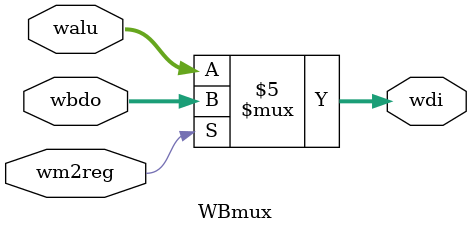
<source format=v>
`timescale 1ns / 1ps

module ProgramCounter (clk, wpcir, nextPC, outputPC);
    input clk, wpcir;
    input [31:0] nextPC;
    output reg [31:0] outputPC;
    
    always @(posedge clk) begin
        if (!wpcir) begin
            outputPC <= nextPC;
        end
    end
endmodule



module PCmux(pcsrc, pc4, bpc, forwardA, jpc, nextpc);
    input [1:0] pcsrc;
    input [31:0] pc4, bpc, forwardA, jpc;
    output reg [31:0] nextpc;
    
    always @(pcsrc, pc4, bpc, forwardA, jpc) begin
        case(pcsrc)
            2'b00: nextpc <= pc4;   //next instruction
            2'b01: nextpc <= bpc;   //Next instruction for beq and bne
            2'b10: nextpc <= forwardA;    //target address in register for a jr instruction
            2'b11: nextpc <= jpc;    //jump target address of a j or jal instruction
        endcase 
    end
endmodule



module adder (currPC, pc4);
    input [31:0] currPC;
    output reg [31:0] pc4;

    initial begin
        pc4 = 0; //Set PC = 0
    end

    always @(currPC) begin
        pc4 <= currPC + 4;  //Increment PC by 4
    end
endmodule



module instruction_memory (address, instructionset); // instruction memory, rom
    input [31:0] address; // rom address
    output [31:0] instructionset; // rom content = rom[a]
    wire [31:0] rom [0:63]; // rom cells: 64 words * 32 bits
    // rom[word_addr] = instruction // (pc) label instruction
    assign rom[6'h00] = 32'h3c010000; // (00) main: lui $1, 0
    assign rom[6'h01] = 32'h34240050; // (04) ori $4, $1, 80
    //assign rom[6'h02] = 32'h00000000; // (08) call: jal sum
    assign rom[6'h02] = 32'h0c00001b; // (08) call: jal sum
    assign rom[6'h03] = 32'h20050004; // (0c) dslot1: addi $5, $0, 4
    assign rom[6'h04] = 32'hac820000; // (10) return: sw $2, 0($4)
    assign rom[6'h05] = 32'h8c890000; // (14) lw $9, 0($4)
    assign rom[6'h06] = 32'h01244022; // (18) sub $8, $9, $4
    assign rom[6'h07] = 32'h20050003; // (1c) addi $5, $0, 3
    assign rom[6'h08] = 32'h20a5ffff; // (20) loop2: addi $5, $5, -1
    assign rom[6'h09] = 32'h34a8ffff; // (24) ori $8, $5, 0xffff
    assign rom[6'h0a] = 32'h39085555; // (28) xori $8, $8, 0x5555
    assign rom[6'h0b] = 32'h2009ffff; // (2c) addi $9, $0, -1
    assign rom[6'h0c] = 32'h312affff; // (30) andi $10,$9,0xffff
    assign rom[6'h0d] = 32'h01493025; // (34) or $6, $10, $9
    assign rom[6'h0e] = 32'h01494026; // (38) xor $8, $10, $9
    assign rom[6'h0f] = 32'h01463824; // (3c) and $7, $10, $6
    assign rom[6'h10] = 32'h10a00003; // (40) beq $5, $0, shift
    assign rom[6'h11] = 32'h00000000; // (44) dslot2: nop
    assign rom[6'h12] = 32'h08000008; // (48) j loop2
    assign rom[6'h13] = 32'h00000000; // (4c) dslot3: nop
    assign rom[6'h14] = 32'h2005ffff; // (50) shift: addi $5, $0, -1
    assign rom[6'h15] = 32'h000543c0; // (54) sll $8, $5, 15
    assign rom[6'h16] = 32'h00084400; // (58) sll $8, $8, 16
    assign rom[6'h17] = 32'h00084403; // (5c) sra $8, $8, 16
    assign rom[6'h18] = 32'h000843c2; // (60) srl $8, $8, 15
    assign rom[6'h19] = 32'h08000019; // (64) finish: j finish
    assign rom[6'h1a] = 32'h00000000; // (68) dslot4: nop
    assign rom[6'h1b] = 32'h00004020; // (6c) sum: add $8, $0, $0
    assign rom[6'h1c] = 32'h8c890000; // (70) loop: lw $9, 0($4)
    assign rom[6'h1d] = 32'h01094020; // (74) stall: add $8, $8, $9
    assign rom[6'h1e] = 32'h20a5ffff; // (78) addi $5, $5, -1
    //assign rom[6'h1f] = 32'h00000000; // (7c) bne $5, $0, loop
    assign rom[6'h1f] = 32'h14a0fffc; // (7c) bne $5, $0, loop
    assign rom[6'h20] = 32'h20840004; // (80) dslot5: addi $4, $4, 4
    assign rom[6'h21] = 32'h03e00008; // (84) jr $31
    assign rom[6'h22] = 32'h00081000; // (88) dslot6: sll $2, $8, 0
    assign instructionset = rom[address[7:2]]; // use 6-bit word address to read rom
   
endmodule



module InstrMem (address, instructionset);
    input [31:0] address;
    output reg [31:0] instructionset;

    reg [31:0] IM[0:511];
    
    initial begin
        IM[100] = 32'b000000_00001_00010_00011_00000_100000;
        IM[104] = 32'b000000_01001_00011_00100_00000_100010;
        IM[108] = 32'b000000_00011_01001_00101_00000_100101;
        IM[112] = 32'b000000_00011_01001_00110_00000_100110;
        IM[116] = 32'b000000_00011_01001_00111_00000_100100;
    end
    
    always @(address) begin
        instructionset <= IM[address];
    end
endmodule



module IFID(clk, wpcir, pc4, instructionset, dpc4, op, rs, rt, rd, shamt, func, imm, addr);
    input clk, wpcir;
    input [31:0] pc4, instructionset;
    output reg [4:0] rs, rt, rd, shamt;
    output reg [5:0] op, func;
    output reg [15:0] imm;
    output reg [25:0] addr;
    output reg [31:0] dpc4;

    always @(posedge clk) begin
        if (!wpcir) begin
            dpc4 <= pc4;
            op <= instructionset[31:26];
            rs <= instructionset[25:21];
            rt <= instructionset[20:16];
            rd <= instructionset[15:11];
            shamt <= instructionset[10:6];
            func <= instructionset[5:0];
            imm <= instructionset[15:0];
            addr <= instructionset[25:0];
        end
        else begin
            op <= 6'b000000;
            rs <= 5'b00000;
            rt <= 5'b00000;
            rd <= 5'b00000;
            shamt <= 5'b00000;
            func <= 6'b000000;
            imm <= 16'h0000;
            addr <= 26'h000000;
        end
    end
endmodule



module ControlUnit (pcsrc, wpcir, op, func, rs, rt, mrn, mm2reg, mwreg, ern, em2reg, ewreg, wreg, m2reg, wmem, jal, aluc, aluimm, shift, regrt, rsrtequ, sext, fwdb, fwda);
    input [5:0] op, func;
    input [4:0] rs, rt, mrn, ern;
    input mm2reg, mwreg, em2reg, ewreg, rsrtequ;
    output reg wpcir, wreg, m2reg, wmem, jal, aluimm, shift, regrt, sext;
    output reg [3:0] aluc;
    output reg [1:0] pcsrc, fwdb, fwda;

    initial begin
        pcsrc = 0;
        wpcir = 0;
    end

    always @* begin
        //R-Type
        
        if (op == 6'b000000) begin
                m2reg <= 0;
                wmem <= 0;
                aluimm <= 0;
                regrt <= 0;
                jal <= 0;

            if (func == 6'b000000) begin        //sll
                wreg <= 1;
                aluc <= 4'b1111;
                shift <= 1;
                sext <= 1;
                pcsrc <= 0;                
            end

            else if (func == 6'b000010) begin   //srl
                wreg <= 1;
                aluc <= 4'b1110;
                shift <= 1;
                sext <= 1;
                pcsrc <= 0;
            end 

            else if (func == 6'b000011) begin   //sra
                wreg <= 1;
                aluc <= 4'b1101;
                shift <= 1;
                sext <= 1;
                pcsrc <= 0;
            end 
            
            else if (func == 6'b001000) begin   //jr
                wreg <= 0;
                aluc <= 4'b1000;
                shift <= 0;
                sext <= 0;
                pcsrc <= 2;
            end 

            else if (func == 6'b100000) begin     //add
                wreg <= 1;
                aluc <= 4'b0010;
                shift <= 0;
                sext <= 0;
                pcsrc <= 0;
            end

            else if (func == 6'b100010) begin      //sub
                wreg <= 1;
                aluc <= 4'b0110;
                shift <= 0;
                sext <= 0;
                pcsrc <= 0;
            end
            
            else if (func == 6'b100100) begin    //AND;
                wreg <= 1;
                aluc <= 4'b0000;
                shift <= 0;
                sext <= 0;
                pcsrc <= 0;
            end
            
            else if (func == 6'b100101) begin    //OR
                wreg <= 1;
                aluc <= 4'b0001;
                shift <= 0;
                sext <= 0;
                pcsrc <= 0;
            end
            
            else if (func == 6'b100110) begin   //XOR
                wreg <= 1;
                aluc <= 4'b0011;
                shift <= 0;
                sext <= 0;
                pcsrc <= 0;
            end
            
            else if (func == 6'b101010) begin    //slt
                wreg <= 1;
                aluc <= 4'b0111;
                shift <= 0;
                sext <= 0;
                pcsrc <= 0;
            end
        end

        else if (op == 6'b001000) begin              //addi
                wreg <= 1;
                m2reg <= 0;
                wmem <= 0;
                aluimm <= 1;
                regrt <= 1; 
                aluc <= 4'b0010;
                shift <= 0;
                sext <= 1;
                jal <= 0;
                pcsrc <= 0;
        end

        else if (op == 6'b001100) begin               //andi
                wreg <= 1;
                m2reg <= 0;
                wmem <= 0;
                aluimm <= 1;
                regrt <= 1; 
                aluc <= 4'b0000;
                shift <= 0;
                sext <= 0;
                jal <= 0;
                pcsrc <= 0;
        end

        else if (op == 6'b001101) begin            //ori
                wreg <= 1;
                m2reg <= 0;
                wmem <= 0;
                aluimm <= 1;
                regrt <= 1; 
                aluc <= 4'b0001;
                shift <= 0;
                sext <= 0;
                jal <= 0;
                pcsrc <= 0;
        end

        else if (op == 6'b001110) begin               //xori
                wreg <= 1;
                m2reg <= 0;
                wmem <= 0;
                aluimm <= 1;
                regrt <= 1; 
                aluc <= 4'b0011;
                shift <= 0;
                sext <= 0;
                jal <= 0;
                pcsrc <= 0;
        end

        else if (op == 6'b001111) begin               //lui
                wreg <= 1;
                m2reg <= 0;
                wmem <= 0;
                aluimm <= 1;
                regrt <= 1; 
                aluc <= 4'b0100;
                shift <= 0;
                sext <= 0;
                jal <= 0;
                pcsrc <= 0;
        end   
      
        
        else if (op == 6'b100011) begin     //lw
            wreg <= 1;
            m2reg <= 1;
            wmem <= 0;
            aluc <= 4'b0010;
            aluimm <= 1;
            regrt <= 1;
            shift <= 0;
            sext <= 0; 
            jal <= 0;           
            pcsrc <= 0;
        end
        
        else if (op == 6'b101011) begin     //sw
            wreg <= 0;
            m2reg <= 0;
            wmem <= 1;
            aluc <= 4'b0010;
            aluimm <= 1;
            regrt <= 1;
            shift <= 0;
            sext <= 0;
            jal <= 0;
            pcsrc <= 0;
        end
        
        else if (op == 6'b000100) begin     //beq
            wreg <= 0;
            m2reg <= 0;
            wmem <= 0;
            aluc <= 4'b0110;
            aluimm <= 0;
            regrt <= 1;
            shift <= 0;
            sext <= 0;
            jal <= 0;
            case(rsrtequ)
                1'b0: pcsrc <= 0;
                1'b1: pcsrc <= 1;
            endcase
        end

        else if (op == 6'b000101) begin     //bne
            wreg <= 0;
            m2reg <= 0;
            wmem <= 0;
            aluc <= 4'b1110;
            aluimm <= 0;
            regrt <= 1;
            shift <= 0;
            sext <= 0;
            jal <= 0;
            case(rsrtequ)
                1'b0: pcsrc <= 1;
                1'b1: pcsrc <= 0;
            endcase
        end
        
        //J-Type
        else if (op == 6'b000010) begin     //j
            wreg <= 0;
            m2reg <= 0;
            wmem <= 0;
            aluc <= 4'b1000;
            aluimm <= 0;
            regrt <= 1;
            shift <= 0;
            sext <= 0;
            jal <= 0;
            pcsrc <= 3;
        end          

        else if (op == 6'b000011) begin     //jal
            wreg <= 1;
            m2reg <= 0;
            wmem <= 0;
            aluc <= 4'b1000;
            aluimm <= 0;
            regrt <= 1;
            shift <= 0;
            sext <= 1;
            jal <= 1;
            pcsrc <= 3;
        end 
    end
    
    always @(rs, rt, mrn, mm2reg, mwreg, ern, em2reg, ewreg) begin
        //EXE/MEM.RegisterRd == ID/EXE.RegisterRs
        if ((ewreg) && (ern != 0) && rs == ern) begin
            fwda = 01;
        end
        //MEM/WB.RegisterRd == ID/EXE.RegisterRs
        else if ((mwreg) && (!mm2reg) && (mrn != 0) && rs == mrn) begin
            fwda = 10;
        end
        //do
        else if ((mwreg) && (em2reg) && (mrn != 0) && rs == mrn) begin
            fwda = 11;
        end        
        //Use qa
        else begin
            fwda = 00;
        end 
                   
        //EXE/MEM.RegisterRd == ID/EXE.RegisterRt
        if ((ewreg) && (ern != 0) && rt == ern) begin
            fwdb = 01;
        end    
        //MEM/WB.RegisterRd == ID/EXE.RegisterRt
        else if ((mwreg) && (!mm2reg) && (mrn != 0) && rt == mrn) begin
            fwdb = 10;
        end 
        //do
         else if ((mwreg) && (em2reg) && (mrn != 0) && rt == mrn) begin
            fwdb = 11;
        end 
        else begin
            fwdb = 00;
        end   
    end

    always @* begin
        if (ewreg && em2reg && (ern != 0) && (rs && (ern == rs) || rt && (ern == rt))) begin
            wpcir <= 1;
        end
        else begin
            wpcir <= 0;
        end
    end

endmodule



module JumpPC(dpc4, addr, jpc);
    input [31:0] dpc4;
    input [25:0] addr;
    output reg [31:0] jpc;

    always @(addr) begin
        jpc <= {dpc4[31:28], addr, 2'b00};
    end
endmodule



module BranchPCShift(imm, branchshift);

    input [15:0] imm;
    output reg [31:0] branchshift;
    
    always @(imm) begin
        branchshift <= {{14{imm[15]}}, imm, 2'b00};
    end
    
endmodule



module BranchPC(dpc4, branchshift, bpc);
    input [31:0] dpc4, branchshift;
    output reg [31:0] bpc;

    always @(branchshift, dpc4) begin
        bpc <= dpc4 + branchshift;
    end 
endmodule



module Regfile (clk, we, rs, rt, wn, d, qa, qb);
    input clk, we;
    input [4:0] rs, rt, wn;
    input [31:0] d;
    output reg [31:0] qa, qb;

    integer i;
    reg [31:0] RF[0:31];
    
    initial begin
        for (i = 0; i< 32; i = i + 1) begin
            RF[i] = 0;
        end
    end
    
    always @(negedge clk, rs, rs) begin
            qa <= RF[rs];
            qb <= RF[rt];    
    end
    
    always @(posedge clk, we, wn, d) begin
        if (we) begin
                RF[wn] <= d;
        end
    end
endmodule



module ForwardAMux(fwda, qa, ALUresultEXE, ALUresultMEM, do, ForwardAOutput);
    input [1:0] fwda;
    input [31:0] qa, ALUresultEXE, ALUresultMEM, do;
    output reg [31:0] ForwardAOutput;
    
    always @(fwda, qa, ALUresultEXE, ALUresultMEM, do) begin
        case(fwda)
            2'b00: ForwardAOutput <= qa;
            2'b01: ForwardAOutput <= ALUresultEXE;
            2'b10: ForwardAOutput <= ALUresultMEM;
            2'b11: ForwardAOutput <= do;
        endcase
    end
    
endmodule



module ForwardBMux(fwdb, qb, ALUresultEXE, ALUresultMEM, do, ForwardBOutput);
    input [1:0] fwdb;
    input [31:0] qb, ALUresultEXE, ALUresultMEM, do;
    output reg [31:0] ForwardBOutput;
    
    always @(fwdb, qb, ALUresultEXE, ALUresultMEM, do) begin
        case(fwdb)
            2'b00: ForwardBOutput <= qb;
            2'b01: ForwardBOutput <= ALUresultEXE;
            2'b10: ForwardBOutput <= ALUresultMEM;
            2'b11: ForwardBOutput <= do;
        endcase
    end
endmodule



module rsrtEqualCheck(ForwardA, ForwardB, rsrtequ);
    input [31:0] ForwardA, ForwardB;
    output reg rsrtequ; 
    
    always @(ForwardA, ForwardB) begin
        if (ForwardA == ForwardB) begin
            rsrtequ <= 1;
        end
        else begin
            rsrtequ <= 0;
        end
    end   
endmodule



module SignExt (sext, immediate, signextout);
    input sext;
    input [15:0] immediate;
    output reg [31:0] signextout;
    
    always @(immediate, sext) begin
        if (sext) begin
            signextout <= {{16{immediate[15]}}, immediate[15:0]};
        end
        else begin
            signextout <= {16'b0, immediate[15:0]};
        end
    end
endmodule



module rsrtMux(regrt, rt, rd, IDmuxout);
    input regrt;
    input [4:0] rd, rt;
    output reg [4:0] IDmuxout;

    always @(rd, rt, regrt) begin
        if (!regrt) begin
            IDmuxout <= rd;
        end
        else begin
            IDmuxout <= rt;
        end
    end
endmodule



module IDEXE(clk, wreg, m2reg, wmem, jal, aluc, aluimm, shift, dpc4, shamt, da, db, dimm, drn, 
                ewreg, em2reg, ewmem, ejal, ealuc, ealuimm, eshift, epc4, eshamt, ea, eb, eimm, ern0);
    input clk, wreg, m2reg, wmem, jal, aluimm, shift;
    input [3:0] aluc;
    input [4:0] shamt, drn;
    input [31:0] dpc4, da, db, dimm;
    output reg ewreg, em2reg, ewmem, ejal, ealuimm, eshift;
    output reg [3:0] ealuc;
    output reg [4:0] eshamt, ern0;
    output reg [31:0] epc4, ea, eb, eimm;

    always @(posedge clk) begin
        ewreg <= wreg;
        em2reg <= m2reg;
        ewmem <= wmem;
        ealuc <= aluc;
        ejal <= jal;
        ealuimm <= aluimm;
        eshift <= shift;
        eshamt <= shamt;
        epc4 <= dpc4;
        ea <= da;
        eb <= db;
        eimm <= dimm;
        ern0 <= drn;
    end
endmodule



module epc4Adder(epc4, epc8);
    input [31:0] epc4;
    output reg [31:0] epc8;

    always @(epc4) begin
        epc8 <= epc4 + 4;
    end
endmodule



module ALUmuxA(eshift, forwardA, shamt, ALUmuxoutA);
    input eshift;
    input [4:0] shamt;
    input [31:0] forwardA;
    output reg [31:0] ALUmuxoutA;

    always @(forwardA, shamt, eshift) begin
        if (eshift == 0) begin
            ALUmuxoutA <= forwardA;
        end
        else begin
            ALUmuxoutA <= shamt;
        end
    end
endmodule



module ALUmuxB(ealuimm, qb, signext, ALUmuxoutB);
    input ealuimm;
    input [31:0] qb, signext;
    output reg [31:0] ALUmuxoutB;

    always @(qb, signext, ealuimm) begin
        if (ealuimm == 0) begin
            ALUmuxoutB <= qb;
        end
        else begin
            ALUmuxoutB <= signext;
        end
    end
endmodule



module ALU(aluc, a, b, r);
    input [3:0] aluc;
    input [31:0] a, b;
    output reg [31:0] r;
    
    always @(aluc, a, b) begin
        case(aluc)
            4'b0000: r = a & b;                     //and
            4'b0001: r = a | b;                     //or
            4'b0010: r = a + b;                     //add
            4'b0011: r = a ^ b;                     //xor
            4'b0100: r = b << 16;                   //lui
            4'b0110: r = a - b;                     //sub    
            4'b0111: r = (a < b) ? 1 : 0;           //slt
            4'b1000: r = 0;                         //doesn't matter
            4'b1101: r = a >>> b;                   //sra
            4'b1110: r = a >> b;                    //srl
            4'b1111: r = a << b;                    //sll
        endcase
    end
endmodule



module PostALUMux(ejal, epc8, ALUresult, ealu);
    input ejal;
    input [31:0] epc8, ALUresult;
    output reg [31:0] ealu;
    
    always @(ejal, epc8, ALUresult) begin
        if (ejal) begin
            ealu <= epc8; 
        end
        else begin
            ealu <= ALUresult;
        end
    end

endmodule



module f(ejal, ern0, ern);
    input ejal;
    input [4:0] ern0;
    output reg [4:0] ern;
    
    always @(ern0, ejal)
    if (ejal) begin
        ern <= 5'b11111;
    end
    else begin
        ern <= ern0;
    end
    
endmodule



module EXEMEM(clk, ewreg, em2reg, ewmem, ealu, eb, ern, 
                    mwreg, mm2reg, mwmem, malu, di, mrn);
    input clk, ewreg, em2reg, ewmem;
    input [4:0] ern;
    input [31:0] ealu, eb;
    output reg mwreg, mm2reg, mwmem;
    output reg [4:0] mrn;
    output reg [31:0] malu, di;
    
    always @(posedge clk) begin
        mwreg <= ewreg;
        mm2reg <= em2reg;
        mwmem <= ewmem;
        mrn <= ern;
        malu <= ealu;
        di <= eb;
    end
    
endmodule



module data_memory (clk, we, addr, datain, dataout); // data memory, ram
    input clk, we; // clock
    input [31:0] addr; // ram address
    input [31:0] datain; // data in (to memory)
    output [31:0] dataout; // data out (from memory)
    
    reg [31:0] ram [0:31]; // ram cells: 32 words * 32 bits
    
    assign dataout = ram[addr[6:2]]; // use 5-bit word address
    always @ (posedge clk) begin
        if (we) ram[addr[6:2]] = datain; // write ram
    end
    
    integer i;
    initial begin // ram initialization
        for (i = 0; i < 32; i = i + 1)
        ram[i] = 0;
        // ram[word_addr] = data // (byte_addr) item in data array
        ram[5'h14] = 32'h000000a3; // (50) data[0] 0 + a3 = a3
        ram[5'h15] = 32'h00000027; // (54) data[1] a3 + 27 = ca
        ram[5'h16] = 32'h00000079; // (58) data[2] ca + 79 = 143
        ram[5'h17] = 32'h00000115; // (5c) data[3] 143 + 115 = 258
        // ram[5'h18] should be 0x00000258, the sum stored by sw instruction
    end
endmodule



module DataMem(we, a, di, do);
    input we;
    input [31:0] a, di;
    output reg [31:0] do;
    
    reg [31:0] DM[0:255];
    
    initial begin
        DM[0] = 32'hA00000AA;
        DM[4] = 32'h10000011;
        DM[8] = 32'h20000022;
        DM[12] = 32'h30000033;
        DM[16] = 32'h40000044;
        DM[20] = 32'h50000055;
        DM[24] = 32'h60000066;
        DM[28] = 32'h70000077;
        DM[32] = 32'h80000088;
        DM[36] = 32'h90000099;
    end
    
    always @(a, di, we) begin
        if (we == 0) begin
            do <= DM[a]; 
        end
        else begin
            DM[a] <= di;
        end
    end
    
endmodule



module MEMWB(clk, mwreg, mm2reg, malu, do, mrn, 
                wwreg, wm2reg, walu, wbdo, wrn);
    input clk, mwreg, mm2reg;
    input [4:0] mrn;
    input [31:0] malu, do;
    output reg wwreg, wm2reg;
    output reg [4:0] wrn;
    output reg [31:0] walu, wbdo;
    
    always @(posedge clk) begin
        wwreg <= mwreg;
        wm2reg <= mm2reg;
        wrn <= mrn;
        walu <= malu;
        wbdo <= do;
    end
    
endmodule


//Write back stage
module WBmux(wm2reg, walu, wbdo, wdi);
    input wm2reg;
    input [31:0] walu, wbdo;
    output reg [31:0] wdi;
    
    always @(wm2reg, walu, wbdo) begin
        if (wm2reg) begin
            wdi <= wbdo;
        end
        else begin
            wdi <= walu;
        end
    end
    
endmodule
</source>
